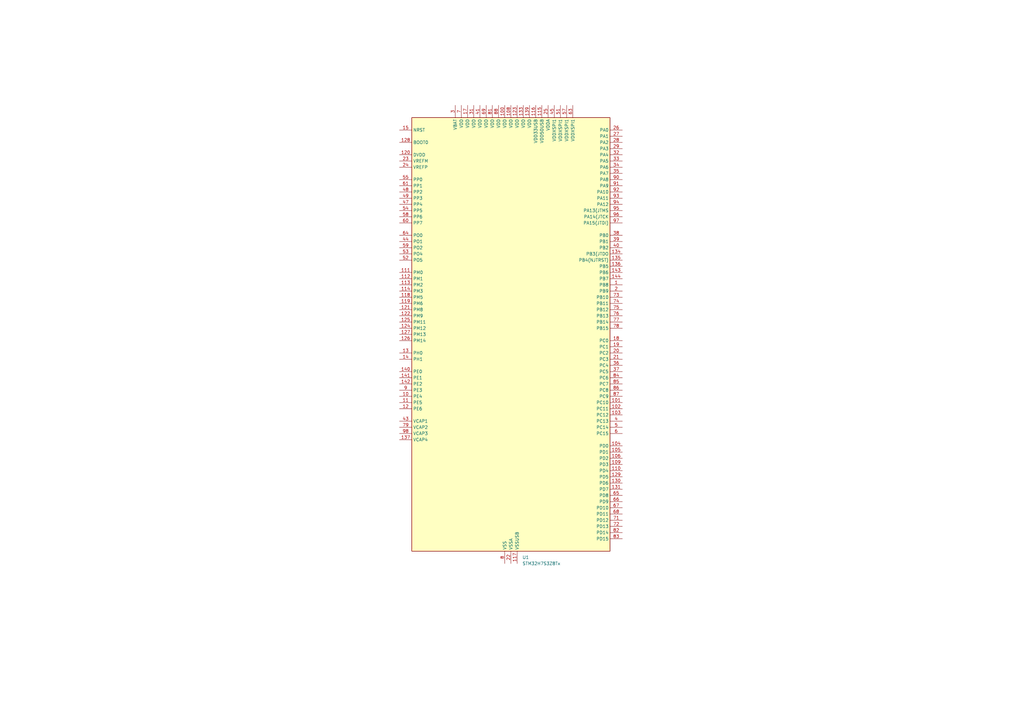
<source format=kicad_sch>
(kicad_sch (version 20250114) (generator "eeschema") (generator_version "9.0")
  (paper "A3")
  (lib_symbols
    (symbol "MCU_ST_STM32H7:STM32H7S3Z8Tx"
      (property "Reference" "U" (at -40.64 90.17 0))
      (property "Value" "STM32H7S3Z8Tx" (at 27.94 90.17 0))
      (symbol "STM32H7S3Z8Tx_0_1"
        (rectangle (start -40.64 -88.9) (end 40.64 88.9) (stroke (width 0.254)) (fill (type background)))
      )
      (symbol "STM32H7S3Z8Tx_1_1"
        (pin input line (at -45.72 83.82 0) (length 5.08) (name "NRST") (number "15"))
        (pin input line (at -45.72 78.74 0) (length 5.08) (name "BOOT0") (number "128"))
        (pin power_in line (at -45.72 73.66 0) (length 5.08) (name "DVDD") (number "120"))
        (pin input line (at -45.72 71.12 0) (length 5.08) (name "VREFM") (number "23"))
        (pin input line (at -45.72 68.58 0) (length 5.08) (name "VREFP") (number "24"))
        (pin bidirectional line (at -45.72 63.5 0) (length 5.08) (name "PP0") (number "55"))
        (pin bidirectional line (at -45.72 60.96 0) (length 5.08) (name "PP1") (number "61"))
        (pin bidirectional line (at -45.72 58.42 0) (length 5.08) (name "PP2") (number "48"))
        (pin bidirectional line (at -45.72 55.88 0) (length 5.08) (name "PP3") (number "49"))
        (pin bidirectional line (at -45.72 53.34 0) (length 5.08) (name "PP4") (number "47"))
        (pin bidirectional line (at -45.72 50.8 0) (length 5.08) (name "PP5") (number "54"))
        (pin bidirectional line (at -45.72 48.26 0) (length 5.08) (name "PP6") (number "58"))
        (pin bidirectional line (at -45.72 45.72 0) (length 5.08) (name "PP7") (number "60"))
        (pin bidirectional line (at -45.72 40.64 0) (length 5.08) (name "PO0") (number "64"))
        (pin bidirectional line (at -45.72 38.1 0) (length 5.08) (name "PO1") (number "44"))
        (pin bidirectional line (at -45.72 35.56 0) (length 5.08) (name "PO2") (number "59"))
        (pin bidirectional line (at -45.72 33.02 0) (length 5.08) (name "PO4") (number "53"))
        (pin bidirectional line (at -45.72 30.48 0) (length 5.08) (name "PO5") (number "52"))
        (pin bidirectional line (at -45.72 25.4 0) (length 5.08) (name "PM0") (number "111"))
        (pin bidirectional line (at -45.72 22.86 0) (length 5.08) (name "PM1") (number "112"))
        (pin bidirectional line (at -45.72 20.32 0) (length 5.08) (name "PM2") (number "113"))
        (pin bidirectional line (at -45.72 17.78 0) (length 5.08) (name "PM3") (number "114"))
        (pin bidirectional line (at -45.72 15.24 0) (length 5.08) (name "PM5") (number "118"))
        (pin bidirectional line (at -45.72 12.7 0) (length 5.08) (name "PM6") (number "119"))
        (pin bidirectional line (at -45.72 10.16 0) (length 5.08) (name "PM8") (number "121"))
        (pin bidirectional line (at -45.72 7.62 0) (length 5.08) (name "PM9") (number "122"))
        (pin bidirectional line (at -45.72 5.08 0) (length 5.08) (name "PM11") (number "125"))
        (pin bidirectional line (at -45.72 2.54 0) (length 5.08) (name "PM12") (number "124"))
        (pin bidirectional line (at -45.72 0 0) (length 5.08) (name "PM13") (number "127"))
        (pin bidirectional line (at -45.72 -2.54 0) (length 5.08) (name "PM14") (number "126"))
        (pin bidirectional line (at -45.72 -7.62 0) (length 5.08) (name "PH0") (number "13"))
        (pin bidirectional line (at -45.72 -10.16 0) (length 5.08) (name "PH1") (number "14"))
        (pin bidirectional line (at -45.72 -15.24 0) (length 5.08) (name "PE0") (number "140"))
        (pin bidirectional line (at -45.72 -17.78 0) (length 5.08) (name "PE1") (number "141"))
        (pin bidirectional line (at -45.72 -20.32 0) (length 5.08) (name "PE2") (number "142"))
        (pin bidirectional line (at -45.72 -22.86 0) (length 5.08) (name "PE3") (number "9"))
        (pin bidirectional line (at -45.72 -25.4 0) (length 5.08) (name "PE4") (number "10"))
        (pin bidirectional line (at -45.72 -27.94 0) (length 5.08) (name "PE5") (number "11"))
        (pin bidirectional line (at -45.72 -30.48 0) (length 5.08) (name "PE6") (number "12"))
        (pin power_out line (at -45.72 -35.56 0) (length 5.08) (name "VCAP1") (number "43"))
        (pin power_out line (at -45.72 -38.1 0) (length 5.08) (name "VCAP2") (number "79"))
        (pin power_out line (at -45.72 -40.64 0) (length 5.08) (name "VCAP3") (number "98"))
        (pin power_out line (at -45.72 -43.18 0) (length 5.08) (name "VCAP4") (number "137"))
        (pin power_in line (at -22.86 93.98 270) (length 5.08) (name "VBAT") (number "3"))
        (pin power_in line (at -20.32 93.98 270) (length 5.08) (name "VDD") (number "7"))
        (pin power_in line (at -17.78 93.98 270) (length 5.08) (name "VDD") (number "17"))
        (pin power_in line (at -15.24 93.98 270) (length 5.08) (name "VDD") (number "31"))
        (pin power_in line (at -12.7 93.98 270) (length 5.08) (name "VDD") (number "41"))
        (pin power_in line (at -10.16 93.98 270) (length 5.08) (name "VDD") (number "69"))
        (pin power_in line (at -7.62 93.98 270) (length 5.08) (name "VDD") (number "81"))
        (pin power_in line (at -5.08 93.98 270) (length 5.08) (name "VDD") (number "88"))
        (pin power_in line (at -2.54 93.98 270) (length 5.08) (name "VDD") (number "100"))
        (pin passive line (at -2.54 -93.98 90) (length 5.08) (hide yes) (name "VSS") (number "107"))
        (pin passive line (at -2.54 -93.98 90) (length 5.08) (hide yes) (name "VSS") (number "132"))
        (pin passive line (at -2.54 -93.98 90) (length 5.08) (hide yes) (name "VSS") (number "138"))
        (pin passive line (at -2.54 -93.98 90) (length 5.08) (hide yes) (name "VSS") (number "16"))
        (pin passive line (at -2.54 -93.98 90) (length 5.08) (hide yes) (name "VSS") (number "30"))
        (pin passive line (at -2.54 -93.98 90) (length 5.08) (hide yes) (name "VSS") (number "42"))
        (pin passive line (at -2.54 -93.98 90) (length 5.08) (hide yes) (name "VSS") (number "46"))
        (pin passive line (at -2.54 -93.98 90) (length 5.08) (hide yes) (name "VSS") (number "50"))
        (pin passive line (at -2.54 -93.98 90) (length 5.08) (hide yes) (name "VSS") (number "56"))
        (pin passive line (at -2.54 -93.98 90) (length 5.08) (hide yes) (name "VSS") (number "62"))
        (pin passive line (at -2.54 -93.98 90) (length 5.08) (hide yes) (name "VSS") (number "70"))
        (pin power_in line (at -2.54 -93.98 90) (length 5.08) (name "VSS") (number "8"))
        (pin passive line (at -2.54 -93.98 90) (length 5.08) (hide yes) (name "VSS") (number "80"))
        (pin passive line (at -2.54 -93.98 90) (length 5.08) (hide yes) (name "VSS") (number "89"))
        (pin passive line (at -2.54 -93.98 90) (length 5.08) (hide yes) (name "VSS") (number "99"))
        (pin power_in line (at 0 93.98 270) (length 5.08) (name "VDD") (number "108"))
        (pin power_in line (at 0 -93.98 90) (length 5.08) (name "VSSA") (number "22"))
        (pin power_in line (at 2.54 93.98 270) (length 5.08) (name "VDD") (number "123"))
        (pin power_in line (at 2.54 -93.98 90) (length 5.08) (name "VSSUSB") (number "117"))
        (pin power_in line (at 5.08 93.98 270) (length 5.08) (name "VDD") (number "133"))
        (pin power_in line (at 7.62 93.98 270) (length 5.08) (name "VDD") (number "139"))
        (pin power_in line (at 10.16 93.98 270) (length 5.08) (name "VDD33USB") (number "116"))
        (pin power_in line (at 12.7 93.98 270) (length 5.08) (name "VDD50USB") (number "115"))
        (pin power_in line (at 15.24 93.98 270) (length 5.08) (name "VDDA") (number "25"))
        (pin power_in line (at 17.78 93.98 270) (length 5.08) (name "VDDXSPI1") (number "45"))
        (pin power_in line (at 20.32 93.98 270) (length 5.08) (name "VDDXSPI1") (number "51"))
        (pin power_in line (at 22.86 93.98 270) (length 5.08) (name "VDDXSPI1") (number "57"))
        (pin power_in line (at 25.4 93.98 270) (length 5.08) (name "VDDXSPI1") (number "63"))
        (pin bidirectional line (at 45.72 83.82 180) (length 5.08) (name "PA0") (number "26"))
        (pin bidirectional line (at 45.72 81.28 180) (length 5.08) (name "PA1") (number "27"))
        (pin bidirectional line (at 45.72 78.74 180) (length 5.08) (name "PA2") (number "28"))
        (pin bidirectional line (at 45.72 76.2 180) (length 5.08) (name "PA3") (number "29"))
        (pin bidirectional line (at 45.72 73.66 180) (length 5.08) (name "PA4") (number "32"))
        (pin bidirectional line (at 45.72 71.12 180) (length 5.08) (name "PA5") (number "33"))
        (pin bidirectional line (at 45.72 68.58 180) (length 5.08) (name "PA6") (number "34"))
        (pin bidirectional line (at 45.72 66.04 180) (length 5.08) (name "PA7") (number "35"))
        (pin bidirectional line (at 45.72 63.5 180) (length 5.08) (name "PA8") (number "90"))
        (pin bidirectional line (at 45.72 60.96 180) (length 5.08) (name "PA9") (number "91"))
        (pin bidirectional line (at 45.72 58.42 180) (length 5.08) (name "PA10") (number "92"))
        (pin bidirectional line (at 45.72 55.88 180) (length 5.08) (name "PA11") (number "93"))
        (pin bidirectional line (at 45.72 53.34 180) (length 5.08) (name "PA12") (number "94"))
        (pin bidirectional line (at 45.72 50.8 180) (length 5.08) (name "PA13(JTMS") (number "95"))
        (pin bidirectional line (at 45.72 48.26 180) (length 5.08) (name "PA14(JTCK") (number "96"))
        (pin bidirectional line (at 45.72 45.72 180) (length 5.08) (name "PA15(JTDI)") (number "97"))
        (pin bidirectional line (at 45.72 40.64 180) (length 5.08) (name "PB0") (number "38"))
        (pin bidirectional line (at 45.72 38.1 180) (length 5.08) (name "PB1") (number "39"))
        (pin bidirectional line (at 45.72 35.56 180) (length 5.08) (name "PB2") (number "40"))
        (pin bidirectional line (at 45.72 33.02 180) (length 5.08) (name "PB3(JTDO") (number "134"))
        (pin bidirectional line (at 45.72 30.48 180) (length 5.08) (name "PB4(NJTRST)") (number "135"))
        (pin bidirectional line (at 45.72 27.94 180) (length 5.08) (name "PB5") (number "136"))
        (pin bidirectional line (at 45.72 25.4 180) (length 5.08) (name "PB6") (number "143"))
        (pin bidirectional line (at 45.72 22.86 180) (length 5.08) (name "PB7") (number "144"))
        (pin bidirectional line (at 45.72 20.32 180) (length 5.08) (name "PB8") (number "1"))
        (pin bidirectional line (at 45.72 17.78 180) (length 5.08) (name "PB9") (number "2"))
        (pin bidirectional line (at 45.72 15.24 180) (length 5.08) (name "PB10") (number "73"))
        (pin bidirectional line (at 45.72 12.7 180) (length 5.08) (name "PB11") (number "74"))
        (pin bidirectional line (at 45.72 10.16 180) (length 5.08) (name "PB12") (number "75"))
        (pin bidirectional line (at 45.72 7.62 180) (length 5.08) (name "PB13") (number "76"))
        (pin bidirectional line (at 45.72 5.08 180) (length 5.08) (name "PB14") (number "77"))
        (pin bidirectional line (at 45.72 2.54 180) (length 5.08) (name "PB15") (number "78"))
        (pin bidirectional line (at 45.72 -2.54 180) (length 5.08) (name "PC0") (number "18"))
        (pin bidirectional line (at 45.72 -5.08 180) (length 5.08) (name "PC1") (number "19"))
        (pin bidirectional line (at 45.72 -7.62 180) (length 5.08) (name "PC2") (number "20"))
        (pin bidirectional line (at 45.72 -10.16 180) (length 5.08) (name "PC3") (number "21"))
        (pin bidirectional line (at 45.72 -12.7 180) (length 5.08) (name "PC4") (number "36"))
        (pin bidirectional line (at 45.72 -15.24 180) (length 5.08) (name "PC5") (number "37"))
        (pin bidirectional line (at 45.72 -17.78 180) (length 5.08) (name "PC6") (number "84"))
        (pin bidirectional line (at 45.72 -20.32 180) (length 5.08) (name "PC7") (number "85"))
        (pin bidirectional line (at 45.72 -22.86 180) (length 5.08) (name "PC8") (number "86"))
        (pin bidirectional line (at 45.72 -25.4 180) (length 5.08) (name "PC9") (number "87"))
        (pin bidirectional line (at 45.72 -27.94 180) (length 5.08) (name "PC10") (number "101"))
        (pin bidirectional line (at 45.72 -30.48 180) (length 5.08) (name "PC11") (number "102"))
        (pin bidirectional line (at 45.72 -33.02 180) (length 5.08) (name "PC12") (number "103"))
        (pin bidirectional line (at 45.72 -35.56 180) (length 5.08) (name "PC13") (number "4"))
        (pin bidirectional line (at 45.72 -38.1 180) (length 5.08) (name "PC14") (number "5"))
        (pin bidirectional line (at 45.72 -40.64 180) (length 5.08) (name "PC15") (number "6"))
        (pin bidirectional line (at 45.72 -45.72 180) (length 5.08) (name "PD0") (number "104"))
        (pin bidirectional line (at 45.72 -48.26 180) (length 5.08) (name "PD1") (number "105"))
        (pin bidirectional line (at 45.72 -50.8 180) (length 5.08) (name "PD2") (number "106"))
        (pin bidirectional line (at 45.72 -53.34 180) (length 5.08) (name "PD3") (number "109"))
        (pin bidirectional line (at 45.72 -55.88 180) (length 5.08) (name "PD4") (number "110"))
        (pin bidirectional line (at 45.72 -58.42 180) (length 5.08) (name "PD5") (number "129"))
        (pin bidirectional line (at 45.72 -60.96 180) (length 5.08) (name "PD6") (number "130"))
        (pin bidirectional line (at 45.72 -63.5 180) (length 5.08) (name "PD7") (number "131"))
        (pin bidirectional line (at 45.72 -66.04 180) (length 5.08) (name "PD8") (number "65"))
        (pin bidirectional line (at 45.72 -68.58 180) (length 5.08) (name "PD9") (number "66"))
        (pin bidirectional line (at 45.72 -71.12 180) (length 5.08) (name "PD10") (number "67"))
        (pin bidirectional line (at 45.72 -73.66 180) (length 5.08) (name "PD11") (number "68"))
        (pin bidirectional line (at 45.72 -76.2 180) (length 5.08) (name "PD12") (number "71"))
        (pin bidirectional line (at 45.72 -78.74 180) (length 5.08) (name "PD13") (number "72"))
        (pin bidirectional line (at 45.72 -81.28 180) (length 5.08) (name "PD14") (number "82"))
        (pin bidirectional line (at 45.72 -83.82 180) (length 5.08) (name "PD15") (number "83"))
      )
    )
  )
  (symbol (lib_id "MCU_ST_STM32H7:STM32H7S3Z8Tx") (at 209.55 137.16 0) (unit 1)
    (property "Reference" "U1" (at 214.2333 228.6 0) (effects (justify left)))
    (property "Value" "STM32H7S3Z8Tx" (at 214.2333 231.14 0) (effects (justify left)))
    (property "Footprint" "Package_QFP:LQFP-144_20x20mm_P0.5mm" (effects (hide yes)))
    (property "Datasheet" "https://www.st.com/resource/en/datasheet/stm32h7s3z8.pdf" (effects (hide yes)))
    (property "Description" "STMicroelectronics Arm Cortex-M7 MCU, 64KB flash, 620KB RAM, 600 MHz, 3.6-3.6V, 98 GPIO, LQFP144" (effects (hide yes)))
  )
)
</source>
